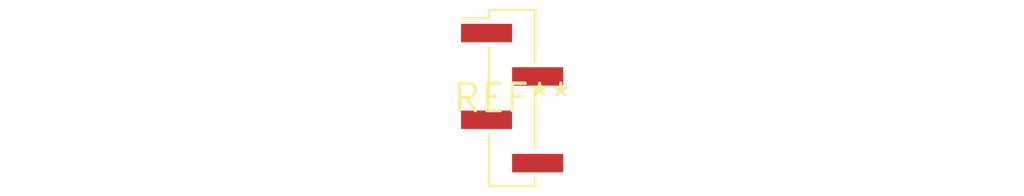
<source format=kicad_pcb>
(kicad_pcb (version 20240108) (generator pcbnew)
  (layers (0 "F.Cu" signal) (31 "B.Cu" signal) (34 "B.Paste" user) (35 "F.Paste" user) (36 "B.SilkS" user "B.Silkscreen") (37 "F.SilkS" user "F.Silkscreen") (38 "B.Mask" user) (39 "F.Mask" user) (44 "Edge.Cuts" user))
  (net 0 "")
  (footprint "PinHeader_1x04_P2.00mm_Vertical_SMD_Pin1Left" (layer "F.Cu") (at 0 0)
    (property "Reference" "REF**")
    (property "Value" "PinHeader_1x04_P2.00mm_Vertical_SMD_Pin1Left")
    (fp_line (start -1.06 -4.06) (end -1.06 -3.685) (layer "F.SilkS") (stroke (width 0.12)))
    (fp_line (start -1.06 -4.06) (end 1.06 -4.06) (layer "F.SilkS") (stroke (width 0.12)))
    (fp_line (start -1.06 -3.685) (end -2.29 -3.685) (layer "F.SilkS") (stroke (width 0.12)))
    (fp_line (start -1.06 -2.315) (end -1.06 0.315) (layer "F.SilkS") (stroke (width 0.12)))
    (fp_line (start -1.06 1.685) (end -1.06 4.06) (layer "F.SilkS") (stroke (width 0.12)))
    (fp_line (start -1.06 4.06) (end 1.06 4.06) (layer "F.SilkS") (stroke (width 0.12)))
    (fp_line (start 1.06 -4.06) (end 1.06 -1.685) (layer "F.SilkS") (stroke (width 0.12)))
    (fp_line (start 1.06 -0.315) (end 1.06 2.315) (layer "F.SilkS") (stroke (width 0.12)))
    (fp_line (start 1.06 3.685) (end 1.06 4.06) (layer "F.SilkS") (stroke (width 0.12)))
    (pad "1" smd rect (at -1.175 -3) (size 2.35 0.85) (layers "F.Cu" "F.Paste" "F.Mask"))
    (pad "2" smd rect (at 1.175 -1) (size 2.35 0.85) (layers "F.Cu" "F.Paste" "F.Mask"))
    (pad "3" smd rect (at -1.175 1) (size 2.35 0.85) (layers "F.Cu" "F.Paste" "F.Mask"))
    (pad "4" smd rect (at 1.175 3) (size 2.35 0.85) (layers "F.Cu" "F.Paste" "F.Mask"))
  )
)
</source>
